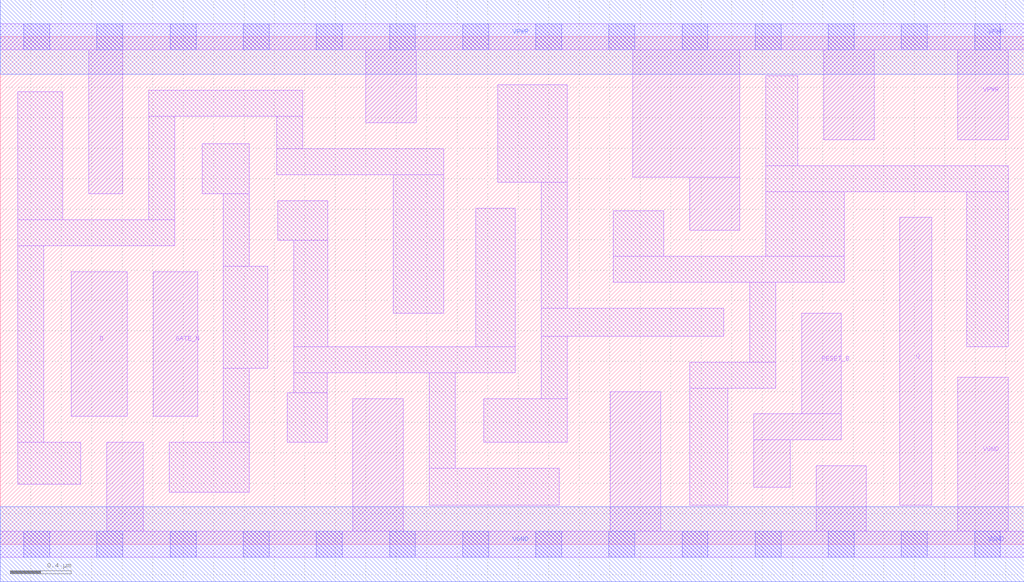
<source format=lef>
# Copyright 2020 The SkyWater PDK Authors
#
# Licensed under the Apache License, Version 2.0 (the "License");
# you may not use this file except in compliance with the License.
# You may obtain a copy of the License at
#
#     https://www.apache.org/licenses/LICENSE-2.0
#
# Unless required by applicable law or agreed to in writing, software
# distributed under the License is distributed on an "AS IS" BASIS,
# WITHOUT WARRANTIES OR CONDITIONS OF ANY KIND, either express or implied.
# See the License for the specific language governing permissions and
# limitations under the License.
#
# SPDX-License-Identifier: Apache-2.0

VERSION 5.7 ;
  NAMESCASESENSITIVE ON ;
  NOWIREEXTENSIONATPIN ON ;
  DIVIDERCHAR "/" ;
  BUSBITCHARS "[]" ;
UNITS
  DATABASE MICRONS 200 ;
END UNITS
MACRO sky130_fd_sc_lp__dlrtn_2
  CLASS CORE ;
  SOURCE USER ;
  FOREIGN sky130_fd_sc_lp__dlrtn_2 ;
  ORIGIN  0.000000  0.000000 ;
  SIZE  6.720000 BY  3.330000 ;
  SYMMETRY X Y R90 ;
  SITE unit ;
  PIN D
    ANTENNAGATEAREA  0.159000 ;
    DIRECTION INPUT ;
    USE SIGNAL ;
    PORT
      LAYER li1 ;
        RECT 0.465000 0.840000 0.835000 1.790000 ;
    END
  END D
  PIN Q
    ANTENNADIFFAREA  0.588000 ;
    DIRECTION OUTPUT ;
    USE SIGNAL ;
    PORT
      LAYER li1 ;
        RECT 5.905000 0.255000 6.115000 2.145000 ;
    END
  END Q
  PIN RESET_B
    ANTENNAGATEAREA  0.315000 ;
    DIRECTION INPUT ;
    USE SIGNAL ;
    PORT
      LAYER li1 ;
        RECT 4.945000 0.375000 5.185000 0.685000 ;
        RECT 4.945000 0.685000 5.520000 0.855000 ;
        RECT 5.260000 0.855000 5.520000 1.515000 ;
    END
  END RESET_B
  PIN GATE_N
    ANTENNAGATEAREA  0.159000 ;
    DIRECTION INPUT ;
    USE CLOCK ;
    PORT
      LAYER li1 ;
        RECT 1.005000 0.840000 1.295000 1.790000 ;
    END
  END GATE_N
  PIN VGND
    DIRECTION INOUT ;
    USE GROUND ;
    PORT
      LAYER li1 ;
        RECT 0.000000 -0.085000 6.720000 0.085000 ;
        RECT 0.700000  0.085000 0.940000 0.670000 ;
        RECT 2.315000  0.085000 2.645000 0.955000 ;
        RECT 4.005000  0.085000 4.335000 1.000000 ;
        RECT 5.355000  0.085000 5.685000 0.515000 ;
        RECT 6.285000  0.085000 6.615000 1.095000 ;
      LAYER mcon ;
        RECT 0.155000 -0.085000 0.325000 0.085000 ;
        RECT 0.635000 -0.085000 0.805000 0.085000 ;
        RECT 1.115000 -0.085000 1.285000 0.085000 ;
        RECT 1.595000 -0.085000 1.765000 0.085000 ;
        RECT 2.075000 -0.085000 2.245000 0.085000 ;
        RECT 2.555000 -0.085000 2.725000 0.085000 ;
        RECT 3.035000 -0.085000 3.205000 0.085000 ;
        RECT 3.515000 -0.085000 3.685000 0.085000 ;
        RECT 3.995000 -0.085000 4.165000 0.085000 ;
        RECT 4.475000 -0.085000 4.645000 0.085000 ;
        RECT 4.955000 -0.085000 5.125000 0.085000 ;
        RECT 5.435000 -0.085000 5.605000 0.085000 ;
        RECT 5.915000 -0.085000 6.085000 0.085000 ;
        RECT 6.395000 -0.085000 6.565000 0.085000 ;
      LAYER met1 ;
        RECT 0.000000 -0.245000 6.720000 0.245000 ;
    END
  END VGND
  PIN VPWR
    DIRECTION INOUT ;
    USE POWER ;
    PORT
      LAYER li1 ;
        RECT 0.000000 3.245000 6.720000 3.415000 ;
        RECT 0.580000 2.300000 0.805000 3.245000 ;
        RECT 2.400000 2.765000 2.730000 3.245000 ;
        RECT 4.150000 2.410000 4.855000 3.245000 ;
        RECT 4.525000 2.060000 4.855000 2.410000 ;
        RECT 5.405000 2.655000 5.735000 3.245000 ;
        RECT 6.285000 2.655000 6.615000 3.245000 ;
      LAYER mcon ;
        RECT 0.155000 3.245000 0.325000 3.415000 ;
        RECT 0.635000 3.245000 0.805000 3.415000 ;
        RECT 1.115000 3.245000 1.285000 3.415000 ;
        RECT 1.595000 3.245000 1.765000 3.415000 ;
        RECT 2.075000 3.245000 2.245000 3.415000 ;
        RECT 2.555000 3.245000 2.725000 3.415000 ;
        RECT 3.035000 3.245000 3.205000 3.415000 ;
        RECT 3.515000 3.245000 3.685000 3.415000 ;
        RECT 3.995000 3.245000 4.165000 3.415000 ;
        RECT 4.475000 3.245000 4.645000 3.415000 ;
        RECT 4.955000 3.245000 5.125000 3.415000 ;
        RECT 5.435000 3.245000 5.605000 3.415000 ;
        RECT 5.915000 3.245000 6.085000 3.415000 ;
        RECT 6.395000 3.245000 6.565000 3.415000 ;
      LAYER met1 ;
        RECT 0.000000 3.085000 6.720000 3.575000 ;
    END
  END VPWR
  OBS
    LAYER li1 ;
      RECT 0.115000 0.395000 0.530000 0.670000 ;
      RECT 0.115000 0.670000 0.285000 1.960000 ;
      RECT 0.115000 1.960000 1.145000 2.130000 ;
      RECT 0.115000 2.130000 0.410000 2.970000 ;
      RECT 0.975000 2.130000 1.145000 2.810000 ;
      RECT 0.975000 2.810000 1.985000 2.980000 ;
      RECT 1.110000 0.340000 1.635000 0.670000 ;
      RECT 1.325000 2.300000 1.635000 2.630000 ;
      RECT 1.465000 0.670000 1.635000 1.155000 ;
      RECT 1.465000 1.155000 1.755000 1.825000 ;
      RECT 1.465000 1.825000 1.635000 2.300000 ;
      RECT 1.815000 2.425000 2.910000 2.595000 ;
      RECT 1.815000 2.595000 1.985000 2.810000 ;
      RECT 1.820000 1.995000 2.150000 2.255000 ;
      RECT 1.885000 0.670000 2.145000 0.995000 ;
      RECT 1.925000 0.995000 2.145000 1.125000 ;
      RECT 1.925000 1.125000 3.380000 1.295000 ;
      RECT 1.925000 1.295000 2.150000 1.995000 ;
      RECT 2.580000 1.515000 2.910000 2.425000 ;
      RECT 2.815000 0.255000 3.670000 0.500000 ;
      RECT 2.815000 0.500000 2.985000 1.125000 ;
      RECT 3.120000 1.295000 3.380000 2.205000 ;
      RECT 3.175000 0.670000 3.720000 0.955000 ;
      RECT 3.265000 2.375000 3.720000 3.015000 ;
      RECT 3.550000 0.955000 3.720000 1.365000 ;
      RECT 3.550000 1.365000 4.750000 1.550000 ;
      RECT 3.550000 1.550000 3.720000 2.375000 ;
      RECT 4.025000 1.720000 5.540000 1.890000 ;
      RECT 4.025000 1.890000 4.355000 2.190000 ;
      RECT 4.525000 0.255000 4.775000 1.025000 ;
      RECT 4.525000 1.025000 5.090000 1.195000 ;
      RECT 4.920000 1.195000 5.090000 1.720000 ;
      RECT 5.025000 1.890000 5.540000 2.315000 ;
      RECT 5.025000 2.315000 6.615000 2.485000 ;
      RECT 5.025000 2.485000 5.235000 3.075000 ;
      RECT 6.345000 1.295000 6.615000 2.315000 ;
  END
END sky130_fd_sc_lp__dlrtn_2

</source>
